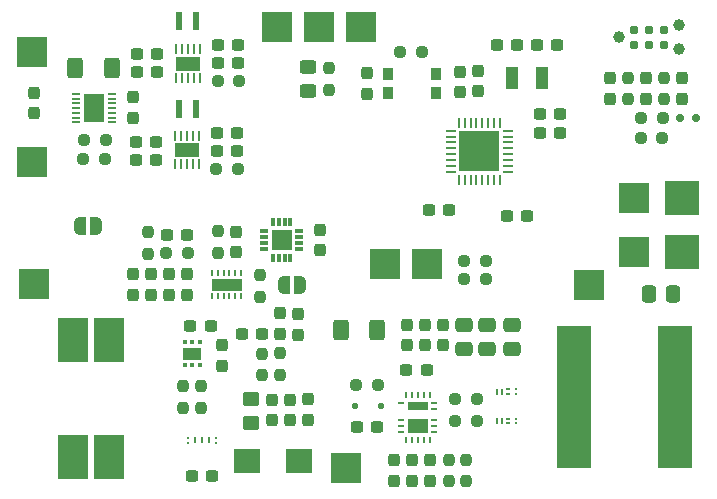
<source format=gbr>
%TF.GenerationSoftware,KiCad,Pcbnew,7.0.1*%
%TF.CreationDate,2024-08-13T13:18:49+02:00*%
%TF.ProjectId,driver_prereg_combined,64726976-6572-45f7-9072-657265675f63,rev?*%
%TF.SameCoordinates,Original*%
%TF.FileFunction,Soldermask,Top*%
%TF.FilePolarity,Negative*%
%FSLAX46Y46*%
G04 Gerber Fmt 4.6, Leading zero omitted, Abs format (unit mm)*
G04 Created by KiCad (PCBNEW 7.0.1) date 2024-08-13 13:18:49*
%MOMM*%
%LPD*%
G01*
G04 APERTURE LIST*
G04 Aperture macros list*
%AMRoundRect*
0 Rectangle with rounded corners*
0 $1 Rounding radius*
0 $2 $3 $4 $5 $6 $7 $8 $9 X,Y pos of 4 corners*
0 Add a 4 corners polygon primitive as box body*
4,1,4,$2,$3,$4,$5,$6,$7,$8,$9,$2,$3,0*
0 Add four circle primitives for the rounded corners*
1,1,$1+$1,$2,$3*
1,1,$1+$1,$4,$5*
1,1,$1+$1,$6,$7*
1,1,$1+$1,$8,$9*
0 Add four rect primitives between the rounded corners*
20,1,$1+$1,$2,$3,$4,$5,0*
20,1,$1+$1,$4,$5,$6,$7,0*
20,1,$1+$1,$6,$7,$8,$9,0*
20,1,$1+$1,$8,$9,$2,$3,0*%
%AMFreePoly0*
4,1,19,0.500000,-0.750000,0.000000,-0.750000,0.000000,-0.744911,-0.071157,-0.744911,-0.207708,-0.704816,-0.327430,-0.627875,-0.420627,-0.520320,-0.479746,-0.390866,-0.500000,-0.250000,-0.500000,0.250000,-0.479746,0.390866,-0.420627,0.520320,-0.327430,0.627875,-0.207708,0.704816,-0.071157,0.744911,0.000000,0.744911,0.000000,0.750000,0.500000,0.750000,0.500000,-0.750000,0.500000,-0.750000,
$1*%
%AMFreePoly1*
4,1,19,0.000000,0.744911,0.071157,0.744911,0.207708,0.704816,0.327430,0.627875,0.420627,0.520320,0.479746,0.390866,0.500000,0.250000,0.500000,-0.250000,0.479746,-0.390866,0.420627,-0.520320,0.327430,-0.627875,0.207708,-0.704816,0.071157,-0.744911,0.000000,-0.744911,0.000000,-0.750000,-0.500000,-0.750000,-0.500000,0.750000,0.000000,0.750000,0.000000,0.744911,0.000000,0.744911,
$1*%
G04 Aperture macros list end*
%ADD10RoundRect,0.237500X0.250000X0.237500X-0.250000X0.237500X-0.250000X-0.237500X0.250000X-0.237500X0*%
%ADD11RoundRect,0.237500X-0.237500X0.250000X-0.237500X-0.250000X0.237500X-0.250000X0.237500X0.250000X0*%
%ADD12RoundRect,0.237500X0.237500X-0.250000X0.237500X0.250000X-0.237500X0.250000X-0.237500X-0.250000X0*%
%ADD13R,0.249999X0.599999*%
%ADD14R,0.599999X0.249999*%
%ADD15R,1.699999X1.200000*%
%ADD16R,1.699999X0.750001*%
%ADD17RoundRect,0.150000X0.150000X0.200000X-0.150000X0.200000X-0.150000X-0.200000X0.150000X-0.200000X0*%
%ADD18R,2.980000X12.000000*%
%ADD19RoundRect,0.237500X-0.237500X0.300000X-0.237500X-0.300000X0.237500X-0.300000X0.237500X0.300000X0*%
%ADD20RoundRect,0.237500X0.237500X-0.300000X0.237500X0.300000X-0.237500X0.300000X-0.237500X-0.300000X0*%
%ADD21R,2.500000X2.500000*%
%ADD22RoundRect,0.237500X-0.300000X-0.237500X0.300000X-0.237500X0.300000X0.237500X-0.300000X0.237500X0*%
%ADD23RoundRect,0.237500X0.300000X0.237500X-0.300000X0.237500X-0.300000X-0.237500X0.300000X-0.237500X0*%
%ADD24R,0.750000X0.200000*%
%ADD25R,1.800000X2.400000*%
%ADD26RoundRect,0.237500X-0.250000X-0.237500X0.250000X-0.237500X0.250000X0.237500X-0.250000X0.237500X0*%
%ADD27R,0.300000X0.800000*%
%ADD28R,0.800000X0.300000*%
%ADD29R,1.750000X1.750000*%
%ADD30O,0.178400X0.538400*%
%ADD31O,0.146400X0.538400*%
%ADD32O,0.396400X0.168400*%
%ADD33O,0.218400X0.168400*%
%ADD34RoundRect,0.250000X0.475000X-0.337500X0.475000X0.337500X-0.475000X0.337500X-0.475000X-0.337500X0*%
%ADD35RoundRect,0.250000X0.450000X-0.325000X0.450000X0.325000X-0.450000X0.325000X-0.450000X-0.325000X0*%
%ADD36R,0.900000X1.000000*%
%ADD37R,2.250000X2.050000*%
%ADD38R,0.550000X1.600000*%
%ADD39RoundRect,0.250000X-0.450000X0.350000X-0.450000X-0.350000X0.450000X-0.350000X0.450000X0.350000X0*%
%ADD40R,0.249999X0.499999*%
%ADD41R,2.650000X1.000000*%
%ADD42RoundRect,0.062500X-0.062500X0.375000X-0.062500X-0.375000X0.062500X-0.375000X0.062500X0.375000X0*%
%ADD43RoundRect,0.062500X-0.375000X0.062500X-0.375000X-0.062500X0.375000X-0.062500X0.375000X0.062500X0*%
%ADD44R,3.450000X3.450000*%
%ADD45FreePoly0,0.000000*%
%ADD46FreePoly1,0.000000*%
%ADD47RoundRect,0.062500X0.062500X-0.350000X0.062500X0.350000X-0.062500X0.350000X-0.062500X-0.350000X0*%
%ADD48R,2.000000X1.200000*%
%ADD49RoundRect,0.250000X-0.400000X-0.625000X0.400000X-0.625000X0.400000X0.625000X-0.400000X0.625000X0*%
%ADD50R,1.100000X1.900000*%
%ADD51O,0.224400X0.218400*%
%ADD52O,0.224400X0.674400*%
%ADD53C,0.990600*%
%ADD54C,0.787400*%
%ADD55RoundRect,0.125000X-0.125000X-0.125000X0.125000X-0.125000X0.125000X0.125000X-0.125000X0.125000X0*%
%ADD56R,0.299999X0.449999*%
%ADD57R,1.599999X1.000000*%
%ADD58R,3.000000X3.000000*%
%ADD59RoundRect,0.250000X0.337500X0.475000X-0.337500X0.475000X-0.337500X-0.475000X0.337500X-0.475000X0*%
%ADD60R,2.500000X3.850000*%
G04 APERTURE END LIST*
D10*
%TO.C,R28*%
X125902004Y-98326000D03*
X124077004Y-98326000D03*
%TD*%
D11*
%TO.C,R18*%
X139036506Y-108191500D03*
X139036506Y-110016500D03*
%TD*%
D12*
%TO.C,R23*%
X170180000Y-93268000D03*
X170180000Y-91443000D03*
%TD*%
D13*
%TO.C,U1*%
X151392001Y-122127496D03*
X151892000Y-122127496D03*
X152391999Y-122127496D03*
X152891998Y-122127496D03*
X153391997Y-122127496D03*
D14*
X153792002Y-121477500D03*
X153792002Y-120977498D03*
X153792002Y-120477499D03*
X153792002Y-119477501D03*
X153792002Y-118977500D03*
D13*
X153391997Y-118327498D03*
X152891998Y-118327498D03*
X152391999Y-118327498D03*
X151892000Y-118327498D03*
X151392001Y-118327498D03*
D14*
X150992002Y-118977500D03*
X150992002Y-120477499D03*
X150992002Y-120977498D03*
X150992002Y-121477500D03*
D15*
X152391999Y-120977498D03*
D16*
X152392002Y-119252498D03*
%TD*%
D17*
%TO.C,D6*%
X174560000Y-94895500D03*
X175960000Y-94895500D03*
%TD*%
D12*
%TO.C,R7*%
X155014504Y-125628500D03*
X155014504Y-123803500D03*
%TD*%
D18*
%TO.C,L1*%
X165570004Y-118469500D03*
X174170004Y-118469500D03*
%TD*%
D19*
%TO.C,C21*%
X128282002Y-108115750D03*
X128282002Y-109840750D03*
%TD*%
%TO.C,C26*%
X135806002Y-114099000D03*
X135806002Y-115824000D03*
%TD*%
D20*
%TO.C,C25*%
X140728002Y-113119000D03*
X140728002Y-111394000D03*
%TD*%
D21*
%TO.C,TP3*%
X170688000Y-106172000D03*
%TD*%
D10*
%TO.C,R10*%
X132901002Y-106337750D03*
X131076002Y-106337750D03*
%TD*%
D22*
%TO.C,C52*%
X162713500Y-94488000D03*
X164438500Y-94488000D03*
%TD*%
D23*
%TO.C,C18*%
X130344500Y-89447000D03*
X128619500Y-89447000D03*
%TD*%
D19*
%TO.C,C5*%
X131330002Y-108115750D03*
X131330002Y-109840750D03*
%TD*%
D22*
%TO.C,C39*%
X135480500Y-88685000D03*
X137205500Y-88685000D03*
%TD*%
D24*
%TO.C,IC2*%
X126483504Y-95229000D03*
X126483504Y-94829000D03*
X126483504Y-94429000D03*
X126483504Y-94029000D03*
X126483504Y-93629000D03*
X126483504Y-93229000D03*
X126483504Y-92829000D03*
X123483504Y-92829000D03*
X123483504Y-93229000D03*
X123483504Y-93629000D03*
X123483504Y-94029000D03*
X123483504Y-94429000D03*
X123483504Y-94829000D03*
X123483504Y-95229000D03*
D25*
X124983504Y-94029000D03*
%TD*%
D19*
%TO.C,C23*%
X137016506Y-104479500D03*
X137016506Y-106204500D03*
%TD*%
D26*
%TO.C,R24*%
X135430500Y-91733000D03*
X137255500Y-91733000D03*
%TD*%
D12*
%TO.C,R31*%
X144907000Y-92456000D03*
X144907000Y-90631000D03*
%TD*%
D20*
%TO.C,C37*%
X171704000Y-93218000D03*
X171704000Y-91493000D03*
%TD*%
D27*
%TO.C,IC1*%
X140100506Y-106686500D03*
X140600506Y-106686500D03*
X141100506Y-106686500D03*
X141600506Y-106686500D03*
D28*
X142350506Y-105936500D03*
X142350506Y-105436500D03*
X142350506Y-104936500D03*
X142350506Y-104436500D03*
D27*
X141600506Y-103686500D03*
X141100506Y-103686500D03*
X140600506Y-103686500D03*
X140100506Y-103686500D03*
D28*
X139350506Y-104436500D03*
X139350506Y-104936500D03*
X139350506Y-105436500D03*
X139350506Y-105936500D03*
D29*
X140850506Y-105186500D03*
%TD*%
D12*
%TO.C,R12*%
X140728002Y-116621500D03*
X140728002Y-114796500D03*
%TD*%
D10*
%TO.C,R29*%
X173101000Y-96520000D03*
X171276000Y-96520000D03*
%TD*%
D30*
%TO.C,Q2*%
X159061002Y-120522498D03*
D31*
X159477002Y-120522488D03*
D32*
X160061002Y-120722498D03*
X160061002Y-120322498D03*
D33*
X160661012Y-120722498D03*
X160661012Y-120322498D03*
%TD*%
D34*
%TO.C,C13*%
X160348504Y-114448500D03*
X160348504Y-112373500D03*
%TD*%
D26*
%TO.C,R3*%
X155543502Y-118618000D03*
X157368502Y-118618000D03*
%TD*%
D19*
%TO.C,C1*%
X154506504Y-112373500D03*
X154506504Y-114098500D03*
%TD*%
D35*
%TO.C,D7*%
X143129000Y-92601000D03*
X143129000Y-90551000D03*
%TD*%
D21*
%TO.C,TP11*%
X144018000Y-87122000D03*
%TD*%
D36*
%TO.C,SW1*%
X149842000Y-91148000D03*
X153942000Y-91148000D03*
X149842000Y-92748000D03*
X153942000Y-92748000D03*
%TD*%
D37*
%TO.C,D5*%
X142358002Y-123945500D03*
X137958002Y-123945500D03*
%TD*%
D38*
%TO.C,L5*%
X133604000Y-94080500D03*
X132154000Y-94080500D03*
%TD*%
D39*
%TO.C,R16*%
X138286506Y-118687500D03*
X138286506Y-120687500D03*
%TD*%
D11*
%TO.C,R9*%
X129552002Y-104559750D03*
X129552002Y-106384750D03*
%TD*%
D12*
%TO.C,R13*%
X134028002Y-119414500D03*
X134028002Y-117589500D03*
%TD*%
D40*
%TO.C,U6*%
X134943508Y-109924748D03*
X135443510Y-109924748D03*
X135943508Y-109924748D03*
X136443508Y-109924748D03*
X136943509Y-109924748D03*
X137443508Y-109924748D03*
X137443508Y-108024749D03*
X136943509Y-108024749D03*
X136443508Y-108024749D03*
X135943508Y-108024749D03*
X135443510Y-108024749D03*
X134943508Y-108024749D03*
D41*
X136193508Y-108974747D03*
%TD*%
D19*
%TO.C,C54*%
X148101999Y-91072999D03*
X148101999Y-92797999D03*
%TD*%
D30*
%TO.C,Q1*%
X159061002Y-118037500D03*
D31*
X159477002Y-118037490D03*
D32*
X160061002Y-118237500D03*
X160061002Y-117837500D03*
D33*
X160661012Y-118237500D03*
X160661012Y-117837500D03*
%TD*%
D21*
%TO.C,TP16*%
X147574000Y-87122000D03*
%TD*%
D42*
%TO.C,U7*%
X159350000Y-95252000D03*
X158850000Y-95252000D03*
X158350000Y-95252000D03*
X157850000Y-95252000D03*
X157350000Y-95252000D03*
X156850000Y-95252000D03*
X156350000Y-95252000D03*
X155850000Y-95252000D03*
D43*
X155162500Y-95939500D03*
X155162500Y-96439500D03*
X155162500Y-96939500D03*
X155162500Y-97439500D03*
X155162500Y-97939500D03*
X155162500Y-98439500D03*
X155162500Y-98939500D03*
X155162500Y-99439500D03*
D42*
X155850000Y-100127000D03*
X156350000Y-100127000D03*
X156850000Y-100127000D03*
X157350000Y-100127000D03*
X157850000Y-100127000D03*
X158350000Y-100127000D03*
X158850000Y-100127000D03*
X159350000Y-100127000D03*
D43*
X160037500Y-99439500D03*
X160037500Y-98939500D03*
X160037500Y-98439500D03*
X160037500Y-97939500D03*
X160037500Y-97439500D03*
X160037500Y-96939500D03*
X160037500Y-96439500D03*
X160037500Y-95939500D03*
D44*
X157600000Y-97689500D03*
%TD*%
D20*
%TO.C,C30*%
X144140506Y-106073000D03*
X144140506Y-104348000D03*
%TD*%
D22*
%TO.C,C50*%
X159919500Y-103124000D03*
X161644500Y-103124000D03*
%TD*%
D23*
%TO.C,C29*%
X134986502Y-125209500D03*
X133261502Y-125209500D03*
%TD*%
%TO.C,C17*%
X130344500Y-90971000D03*
X128619500Y-90971000D03*
%TD*%
D19*
%TO.C,C20*%
X150377004Y-123856500D03*
X150377004Y-125581500D03*
%TD*%
D45*
%TO.C,JP1*%
X141080506Y-109020500D03*
D46*
X142380506Y-109020500D03*
%TD*%
D47*
%TO.C,U2*%
X131937500Y-91479000D03*
X132437500Y-91479000D03*
X132937500Y-91479000D03*
X133437500Y-91479000D03*
X133937500Y-91479000D03*
X133937500Y-89054000D03*
X133437500Y-89054000D03*
X132937500Y-89054000D03*
X132437500Y-89054000D03*
X131937500Y-89054000D03*
D48*
X132937500Y-90266500D03*
%TD*%
D10*
%TO.C,R17*%
X158138500Y-108458000D03*
X156313500Y-108458000D03*
%TD*%
D49*
%TO.C,R20*%
X145871000Y-112776000D03*
X148971000Y-112776000D03*
%TD*%
D12*
%TO.C,R21*%
X173228000Y-93268000D03*
X173228000Y-91443000D03*
%TD*%
D22*
%TO.C,C27*%
X137479002Y-113195750D03*
X139204002Y-113195750D03*
%TD*%
D12*
%TO.C,R8*%
X156508504Y-125628500D03*
X156508504Y-123803500D03*
%TD*%
D23*
%TO.C,C53*%
X155040500Y-102616000D03*
X153315500Y-102616000D03*
%TD*%
D19*
%TO.C,C19*%
X151871004Y-123856500D03*
X151871004Y-125581500D03*
%TD*%
D22*
%TO.C,C33*%
X133122500Y-112509500D03*
X134847500Y-112509500D03*
%TD*%
D20*
%TO.C,C46*%
X119888000Y-94461500D03*
X119888000Y-92736500D03*
%TD*%
D19*
%TO.C,C28*%
X132854002Y-108115750D03*
X132854002Y-109840750D03*
%TD*%
D21*
%TO.C,TP9*%
X119708504Y-98612000D03*
%TD*%
D22*
%TO.C,C48*%
X159057000Y-88646000D03*
X160782000Y-88646000D03*
%TD*%
D21*
%TO.C,TP2*%
X170688000Y-101600000D03*
%TD*%
D23*
%TO.C,C15*%
X132851002Y-104813750D03*
X131126002Y-104813750D03*
%TD*%
D20*
%TO.C,C24*%
X142252002Y-113219500D03*
X142252002Y-111494500D03*
%TD*%
D10*
%TO.C,R30*%
X152719000Y-89241999D03*
X150894000Y-89241999D03*
%TD*%
%TO.C,R26*%
X125954505Y-96761001D03*
X124129505Y-96761001D03*
%TD*%
D22*
%TO.C,C43*%
X135385000Y-96112500D03*
X137110000Y-96112500D03*
%TD*%
D50*
%TO.C,Y1*%
X162902001Y-91494999D03*
X160402001Y-91494999D03*
%TD*%
D22*
%TO.C,C44*%
X135385000Y-97636500D03*
X137110000Y-97636500D03*
%TD*%
D19*
%TO.C,C32*%
X140064506Y-118720500D03*
X140064506Y-120445500D03*
%TD*%
D51*
%TO.C,Q4*%
X132924002Y-121936500D03*
X132924002Y-122386500D03*
D52*
X133524002Y-122161500D03*
X134124002Y-122161500D03*
X134724002Y-122161500D03*
D51*
X135324002Y-121936500D03*
X135324002Y-122386500D03*
%TD*%
D10*
%TO.C,R1*%
X148986502Y-117474498D03*
X147161502Y-117474498D03*
%TD*%
D47*
%TO.C,U3*%
X131850000Y-98794500D03*
X132350000Y-98794500D03*
X132850000Y-98794500D03*
X133350000Y-98794500D03*
X133850000Y-98794500D03*
X133850000Y-96369500D03*
X133350000Y-96369500D03*
X132850000Y-96369500D03*
X132350000Y-96369500D03*
X131850000Y-96369500D03*
D48*
X132850000Y-97582000D03*
%TD*%
D53*
%TO.C,J1*%
X169418000Y-88011000D03*
X174498000Y-86995000D03*
X174498000Y-89027000D03*
D54*
X170688000Y-88646000D03*
X170688000Y-87376000D03*
X171958000Y-88646000D03*
X171958000Y-87376000D03*
X173228000Y-88646000D03*
X173228000Y-87376000D03*
%TD*%
D21*
%TO.C,TP7*%
X119900002Y-108953500D03*
%TD*%
D23*
%TO.C,C47*%
X164184500Y-88646000D03*
X162459500Y-88646000D03*
%TD*%
D55*
%TO.C,D1*%
X147058002Y-119252498D03*
X149258002Y-119252498D03*
%TD*%
D19*
%TO.C,FB2*%
X155956000Y-90937500D03*
X155956000Y-92662500D03*
%TD*%
D20*
%TO.C,C4*%
X153395004Y-125581500D03*
X153395004Y-123856500D03*
%TD*%
D26*
%TO.C,R2*%
X155543502Y-120522498D03*
X157368502Y-120522498D03*
%TD*%
D19*
%TO.C,C34*%
X129806002Y-108115750D03*
X129806002Y-109840750D03*
%TD*%
D56*
%TO.C,U5*%
X133958002Y-113833001D03*
X133308001Y-113833001D03*
X132658002Y-113833001D03*
X132658002Y-115782999D03*
X133308001Y-115782999D03*
X133958002Y-115782999D03*
D57*
X133308001Y-114808000D03*
%TD*%
D21*
%TO.C,TP12*%
X119732504Y-89274000D03*
%TD*%
%TO.C,TP5*%
X146304000Y-124460000D03*
%TD*%
D10*
%TO.C,R22*%
X173124500Y-94895500D03*
X171299500Y-94895500D03*
%TD*%
D58*
%TO.C,L2*%
X174752000Y-101678000D03*
X174752000Y-106172000D03*
%TD*%
D20*
%TO.C,C51*%
X157480000Y-92609500D03*
X157480000Y-90884500D03*
%TD*%
%TO.C,C36*%
X174752000Y-93218000D03*
X174752000Y-91493000D03*
%TD*%
D12*
%TO.C,R14*%
X132504002Y-119414500D03*
X132504002Y-117589500D03*
%TD*%
D23*
%TO.C,C41*%
X130249000Y-98398500D03*
X128524000Y-98398500D03*
%TD*%
D20*
%TO.C,C38*%
X168656000Y-93218000D03*
X168656000Y-91493000D03*
%TD*%
D22*
%TO.C,C14*%
X151429002Y-116204498D03*
X153154002Y-116204498D03*
%TD*%
D19*
%TO.C,C2*%
X152982504Y-112373500D03*
X152982504Y-114098500D03*
%TD*%
D21*
%TO.C,TP6*%
X149606000Y-107188000D03*
%TD*%
D23*
%TO.C,C42*%
X130249000Y-96874500D03*
X128524000Y-96874500D03*
%TD*%
D20*
%TO.C,C45*%
X128240505Y-94829501D03*
X128240505Y-93104501D03*
%TD*%
D45*
%TO.C,JP3*%
X123810000Y-104013000D03*
D46*
X125110000Y-104013000D03*
%TD*%
D34*
%TO.C,C11*%
X156284504Y-114448500D03*
X156284504Y-112373500D03*
%TD*%
D19*
%TO.C,C3*%
X151458504Y-112373500D03*
X151458504Y-114098500D03*
%TD*%
D22*
%TO.C,C49*%
X162713500Y-96165500D03*
X164438500Y-96165500D03*
%TD*%
D21*
%TO.C,TP8*%
X153162000Y-107188000D03*
%TD*%
D12*
%TO.C,R15*%
X139204002Y-116648250D03*
X139204002Y-114823250D03*
%TD*%
D22*
%TO.C,C16*%
X147211502Y-121030498D03*
X148936502Y-121030498D03*
%TD*%
D34*
%TO.C,C12*%
X158278504Y-114448500D03*
X158278504Y-112373500D03*
%TD*%
D19*
%TO.C,C35*%
X143112506Y-118687500D03*
X143112506Y-120412500D03*
%TD*%
D22*
%TO.C,C40*%
X135480500Y-90209000D03*
X137205500Y-90209000D03*
%TD*%
D49*
%TO.C,R27*%
X123388505Y-90665001D03*
X126488505Y-90665001D03*
%TD*%
D26*
%TO.C,R25*%
X135335000Y-99160500D03*
X137160000Y-99160500D03*
%TD*%
D21*
%TO.C,TP10*%
X140462000Y-87122000D03*
%TD*%
D59*
%TO.C,C10*%
X174011500Y-109728000D03*
X171936500Y-109728000D03*
%TD*%
D11*
%TO.C,R11*%
X135492506Y-104448500D03*
X135492506Y-106273500D03*
%TD*%
D38*
%TO.C,L4*%
X133625500Y-86653000D03*
X132175500Y-86653000D03*
%TD*%
D19*
%TO.C,C31*%
X141588506Y-118720500D03*
X141588506Y-120445500D03*
%TD*%
D21*
%TO.C,TP4*%
X166878000Y-108966000D03*
%TD*%
D60*
%TO.C,L6*%
X126226002Y-113655500D03*
X123226002Y-113655500D03*
X123226002Y-123555500D03*
X126226002Y-123555500D03*
%TD*%
D10*
%TO.C,R19*%
X158138500Y-106934000D03*
X156313500Y-106934000D03*
%TD*%
M02*

</source>
